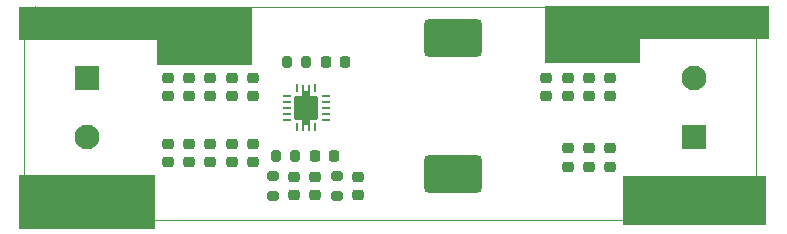
<source format=gts>
G04 #@! TF.GenerationSoftware,KiCad,Pcbnew,9.0.4*
G04 #@! TF.CreationDate,2025-09-22T12:07:41+05:30*
G04 #@! TF.ProjectId,buck-converter-8A,6275636b-2d63-46f6-9e76-65727465722d,rev?*
G04 #@! TF.SameCoordinates,Original*
G04 #@! TF.FileFunction,Soldermask,Top*
G04 #@! TF.FilePolarity,Negative*
%FSLAX46Y46*%
G04 Gerber Fmt 4.6, Leading zero omitted, Abs format (unit mm)*
G04 Created by KiCad (PCBNEW 9.0.4) date 2025-09-22 12:07:41*
%MOMM*%
%LPD*%
G01*
G04 APERTURE LIST*
G04 Aperture macros list*
%AMRoundRect*
0 Rectangle with rounded corners*
0 $1 Rounding radius*
0 $2 $3 $4 $5 $6 $7 $8 $9 X,Y pos of 4 corners*
0 Add a 4 corners polygon primitive as box body*
4,1,4,$2,$3,$4,$5,$6,$7,$8,$9,$2,$3,0*
0 Add four circle primitives for the rounded corners*
1,1,$1+$1,$2,$3*
1,1,$1+$1,$4,$5*
1,1,$1+$1,$6,$7*
1,1,$1+$1,$8,$9*
0 Add four rect primitives between the rounded corners*
20,1,$1+$1,$2,$3,$4,$5,0*
20,1,$1+$1,$4,$5,$6,$7,0*
20,1,$1+$1,$6,$7,$8,$9,0*
20,1,$1+$1,$8,$9,$2,$3,0*%
G04 Aperture macros list end*
%ADD10C,0.100000*%
%ADD11RoundRect,0.225000X-0.250000X0.225000X-0.250000X-0.225000X0.250000X-0.225000X0.250000X0.225000X0*%
%ADD12RoundRect,0.250001X-0.799999X0.799999X-0.799999X-0.799999X0.799999X-0.799999X0.799999X0.799999X0*%
%ADD13C,2.100000*%
%ADD14RoundRect,0.225000X0.250000X-0.225000X0.250000X0.225000X-0.250000X0.225000X-0.250000X-0.225000X0*%
%ADD15RoundRect,0.200000X-0.200000X-0.275000X0.200000X-0.275000X0.200000X0.275000X-0.200000X0.275000X0*%
%ADD16RoundRect,0.200000X-0.275000X0.200000X-0.275000X-0.200000X0.275000X-0.200000X0.275000X0.200000X0*%
%ADD17RoundRect,0.483900X-1.992600X1.129100X-1.992600X-1.129100X1.992600X-1.129100X1.992600X1.129100X0*%
%ADD18RoundRect,0.225000X-0.225000X-0.250000X0.225000X-0.250000X0.225000X0.250000X-0.225000X0.250000X0*%
%ADD19RoundRect,0.050000X0.070000X-0.250000X0.070000X0.250000X-0.070000X0.250000X-0.070000X-0.250000X0*%
%ADD20RoundRect,0.050000X-0.250000X-0.070000X0.250000X-0.070000X0.250000X0.070000X-0.250000X0.070000X0*%
%ADD21RoundRect,0.050000X-0.070000X0.250000X-0.070000X-0.250000X0.070000X-0.250000X0.070000X0.250000X0*%
%ADD22C,0.700000*%
%ADD23RoundRect,0.050000X-0.050000X-1.900000X0.050000X-1.900000X0.050000X1.900000X-0.050000X1.900000X0*%
%ADD24R,0.550000X0.467500*%
%ADD25RoundRect,0.120000X-0.905000X-0.905000X0.905000X-0.905000X0.905000X0.905000X-0.905000X0.905000X0*%
%ADD26RoundRect,0.250001X0.799999X-0.799999X0.799999X0.799999X-0.799999X0.799999X-0.799999X-0.799999X0*%
%ADD27RoundRect,0.200000X0.275000X-0.200000X0.275000X0.200000X-0.275000X0.200000X-0.275000X-0.200000X0*%
G04 #@! TA.AperFunction,Profile*
%ADD28C,0.050000*%
G04 #@! TD*
G04 APERTURE END LIST*
D10*
X109025000Y-94799742D02*
X120425000Y-94799742D01*
X120425000Y-99250000D01*
X109025000Y-99250000D01*
X109025000Y-94799742D01*
G36*
X109025000Y-94799742D02*
G01*
X120425000Y-94799742D01*
X120425000Y-99250000D01*
X109025000Y-99250000D01*
X109025000Y-94799742D01*
G37*
X160175000Y-94899742D02*
X172175000Y-94899742D01*
X172175000Y-98950000D01*
X160175000Y-98950000D01*
X160175000Y-94899742D01*
G36*
X160175000Y-94899742D02*
G01*
X172175000Y-94899742D01*
X172175000Y-98950000D01*
X160175000Y-98950000D01*
X160175000Y-94899742D01*
G37*
X109025000Y-80549742D02*
X121375000Y-80549742D01*
X121375000Y-83300000D01*
X109025000Y-83300000D01*
X109025000Y-80549742D01*
G36*
X109025000Y-80549742D02*
G01*
X121375000Y-80549742D01*
X121375000Y-83300000D01*
X109025000Y-83300000D01*
X109025000Y-80549742D01*
G37*
X160470937Y-80449740D02*
X172370937Y-80449740D01*
X172370937Y-83199998D01*
X160470937Y-83199998D01*
X160470937Y-80449740D01*
G36*
X160470937Y-80449740D02*
G01*
X172370937Y-80449740D01*
X172370937Y-83199998D01*
X160470937Y-83199998D01*
X160470937Y-80449740D01*
G37*
X120700000Y-80549740D02*
X128600000Y-80549740D01*
X128600000Y-85350000D01*
X120700000Y-85350000D01*
X120700000Y-80549740D01*
G36*
X120700000Y-80549740D02*
G01*
X128600000Y-80549740D01*
X128600000Y-85350000D01*
X120700000Y-85350000D01*
X120700000Y-80549740D01*
G37*
X153550000Y-80449870D02*
X161450000Y-80449870D01*
X161450000Y-85250130D01*
X153550000Y-85250130D01*
X153550000Y-80449870D01*
G36*
X153550000Y-80449870D02*
G01*
X161450000Y-80449870D01*
X161450000Y-85250130D01*
X153550000Y-85250130D01*
X153550000Y-80449870D01*
G37*
D11*
X121600000Y-86525000D03*
X121600000Y-88075000D03*
X134100000Y-94925000D03*
X134100000Y-96475000D03*
D12*
X114732500Y-86550000D03*
D13*
X114732500Y-91550000D03*
D11*
X125200000Y-86525000D03*
X125200000Y-88075000D03*
X123400000Y-86525000D03*
X123400000Y-88075000D03*
D14*
X157250000Y-94075000D03*
X157250000Y-92525000D03*
D15*
X130725000Y-93150000D03*
X132375000Y-93150000D03*
D11*
X157250000Y-86525000D03*
X157250000Y-88075000D03*
X159050000Y-86525000D03*
X159050000Y-88075000D03*
X128800000Y-86525000D03*
X128800000Y-88075000D03*
D15*
X131675000Y-85250000D03*
X133325000Y-85250000D03*
D16*
X135900000Y-94875000D03*
X135900000Y-96525000D03*
D17*
X145750000Y-83197000D03*
X145750000Y-94703000D03*
D18*
X134075000Y-93150000D03*
X135625000Y-93150000D03*
D19*
X132550000Y-87450000D03*
D20*
X131650000Y-88100000D03*
X131650000Y-88600000D03*
X131650000Y-89100000D03*
X131650000Y-89600000D03*
X131650000Y-90100000D03*
D21*
X132550000Y-90750000D03*
X134050000Y-90750000D03*
D20*
X134950000Y-90100000D03*
X134950000Y-89600000D03*
X134950000Y-89100000D03*
X134950000Y-88600000D03*
X134950000Y-88100000D03*
D19*
X134050000Y-87450000D03*
D22*
X132787500Y-88587500D03*
X132787500Y-89612500D03*
D23*
X133025000Y-89100000D03*
D24*
X133300000Y-87896200D03*
D25*
X133300000Y-89100000D03*
D24*
X133300000Y-90303800D03*
D23*
X133575000Y-89100000D03*
D22*
X133812500Y-88587500D03*
X133812500Y-89612500D03*
D11*
X155450000Y-86525000D03*
X155450000Y-88075000D03*
D14*
X121600000Y-93675000D03*
X121600000Y-92125000D03*
X127000000Y-93675000D03*
X127000000Y-92125000D03*
D11*
X127000000Y-86525000D03*
X127000000Y-88075000D03*
D26*
X166117500Y-91550000D03*
D13*
X166117500Y-86550000D03*
D14*
X123400000Y-93675000D03*
X123400000Y-92125000D03*
X159050000Y-94075000D03*
X159050000Y-92525000D03*
X125200000Y-93675000D03*
X125200000Y-92125000D03*
X128800000Y-93675000D03*
X128800000Y-92125000D03*
X155450000Y-94075000D03*
X155450000Y-92525000D03*
X137700000Y-96475000D03*
X137700000Y-94925000D03*
D11*
X153650000Y-86525000D03*
X153650000Y-88075000D03*
X132300000Y-94925000D03*
X132300000Y-96475000D03*
D18*
X135025000Y-85250000D03*
X136575000Y-85250000D03*
D27*
X130500000Y-96525000D03*
X130500000Y-94875000D03*
D28*
X110400000Y-98550000D02*
G75*
G02*
X109400000Y-97550000I0J1000000D01*
G01*
X171400000Y-97550000D02*
G75*
G02*
X170400000Y-98550000I-1000000J0D01*
G01*
X170400000Y-98550000D02*
X110400000Y-98550000D01*
X110400000Y-80550000D02*
X170400000Y-80550000D01*
X171400000Y-81550000D02*
X171400000Y-97550000D01*
X170400000Y-80550000D02*
G75*
G02*
X171400000Y-81550000I0J-1000000D01*
G01*
X109400000Y-81550000D02*
G75*
G02*
X110400000Y-80550000I1000000J0D01*
G01*
X109400000Y-97550000D02*
X109400000Y-81550000D01*
M02*

</source>
